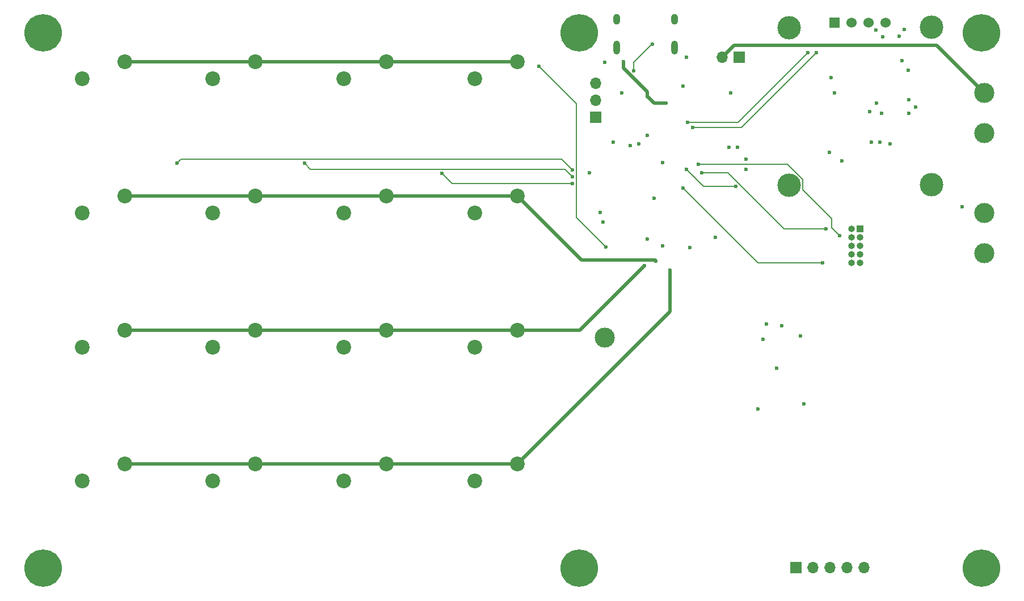
<source format=gbr>
%TF.GenerationSoftware,KiCad,Pcbnew,7.0.4-40-g0180cb380f*%
%TF.CreationDate,2023-06-12T22:45:27+02:00*%
%TF.ProjectId,New Business Card,4e657720-4275-4736-996e-657373204361,rev?*%
%TF.SameCoordinates,Original*%
%TF.FileFunction,Copper,L4,Bot*%
%TF.FilePolarity,Positive*%
%FSLAX46Y46*%
G04 Gerber Fmt 4.6, Leading zero omitted, Abs format (unit mm)*
G04 Created by KiCad (PCBNEW 7.0.4-40-g0180cb380f) date 2023-06-12 22:45:27*
%MOMM*%
%LPD*%
G01*
G04 APERTURE LIST*
%TA.AperFunction,ComponentPad*%
%ADD10C,2.200000*%
%TD*%
%TA.AperFunction,ComponentPad*%
%ADD11C,1.524000*%
%TD*%
%TA.AperFunction,CastellatedPad*%
%ADD12C,3.500000*%
%TD*%
%TA.AperFunction,ComponentPad*%
%ADD13R,1.524000X1.524000*%
%TD*%
%TA.AperFunction,ComponentPad*%
%ADD14C,3.000000*%
%TD*%
%TA.AperFunction,ComponentPad*%
%ADD15R,1.700000X1.700000*%
%TD*%
%TA.AperFunction,ComponentPad*%
%ADD16O,1.700000X1.700000*%
%TD*%
%TA.AperFunction,ComponentPad*%
%ADD17C,5.600000*%
%TD*%
%TA.AperFunction,ComponentPad*%
%ADD18R,1.000000X1.000000*%
%TD*%
%TA.AperFunction,ComponentPad*%
%ADD19O,1.000000X1.000000*%
%TD*%
%TA.AperFunction,ComponentPad*%
%ADD20O,1.000000X2.100000*%
%TD*%
%TA.AperFunction,ComponentPad*%
%ADD21O,1.000000X1.600000*%
%TD*%
%TA.AperFunction,ViaPad*%
%ADD22C,0.600000*%
%TD*%
%TA.AperFunction,Conductor*%
%ADD23C,0.200000*%
%TD*%
%TA.AperFunction,Conductor*%
%ADD24C,0.500000*%
%TD*%
G04 APERTURE END LIST*
D10*
%TO.P,SW17,1,1*%
%TO.N,KEY_ROW_4*%
X150740000Y-104460000D03*
%TO.P,SW17,2,2*%
%TO.N,Net-(D19-A)*%
X144390000Y-107000000D03*
%TD*%
%TO.P,SW16,1,1*%
%TO.N,KEY_ROW_4*%
X131213332Y-104460000D03*
%TO.P,SW16,2,2*%
%TO.N,Net-(D18-A)*%
X124863332Y-107000000D03*
%TD*%
%TO.P,SW15,2,2*%
%TO.N,Net-(D17-A)*%
X105336666Y-107000000D03*
%TO.P,SW15,1,1*%
%TO.N,KEY_ROW_4*%
X111686666Y-104460000D03*
%TD*%
%TO.P,SW14,1,1*%
%TO.N,KEY_ROW_4*%
X92160000Y-104460000D03*
%TO.P,SW14,2,2*%
%TO.N,Net-(D16-A)*%
X85810000Y-107000000D03*
%TD*%
%TO.P,SW13,1,1*%
%TO.N,KEY_ROW_3*%
X150740000Y-84433332D03*
%TO.P,SW13,2,2*%
%TO.N,Net-(D15-A)*%
X144390000Y-86973332D03*
%TD*%
%TO.P,SW12,2,2*%
%TO.N,Net-(D14-A)*%
X124863332Y-86973332D03*
%TO.P,SW12,1,1*%
%TO.N,KEY_ROW_3*%
X131213332Y-84433332D03*
%TD*%
%TO.P,SW11,1,1*%
%TO.N,KEY_ROW_3*%
X111686666Y-84433332D03*
%TO.P,SW11,2,2*%
%TO.N,Net-(D13-A)*%
X105336666Y-86973332D03*
%TD*%
%TO.P,SW10,2,2*%
%TO.N,Net-(D12-A)*%
X85810000Y-86973332D03*
%TO.P,SW10,1,1*%
%TO.N,KEY_ROW_3*%
X92160000Y-84433332D03*
%TD*%
%TO.P,SW9,2,2*%
%TO.N,Net-(D11-A)*%
X144390000Y-66946666D03*
%TO.P,SW9,1,1*%
%TO.N,KEY_ROW_2*%
X150740000Y-64406666D03*
%TD*%
%TO.P,SW8,2,2*%
%TO.N,Net-(D10-A)*%
X124863332Y-66946666D03*
%TO.P,SW8,1,1*%
%TO.N,KEY_ROW_2*%
X131213332Y-64406666D03*
%TD*%
%TO.P,SW7,2,2*%
%TO.N,Net-(D9-A)*%
X105336666Y-66946666D03*
%TO.P,SW7,1,1*%
%TO.N,KEY_ROW_2*%
X111686666Y-64406666D03*
%TD*%
%TO.P,SW6,1,1*%
%TO.N,KEY_ROW_2*%
X92160000Y-64406666D03*
%TO.P,SW6,2,2*%
%TO.N,Net-(D8-A)*%
X85810000Y-66946666D03*
%TD*%
%TO.P,SW5,1,1*%
%TO.N,KEY_ROW_1*%
X150740000Y-44380000D03*
%TO.P,SW5,2,2*%
%TO.N,Net-(D7-A)*%
X144390000Y-46920000D03*
%TD*%
%TO.P,SW4,1,1*%
%TO.N,KEY_ROW_1*%
X131213332Y-44380000D03*
%TO.P,SW4,2,2*%
%TO.N,Net-(D6-A)*%
X124863332Y-46920000D03*
%TD*%
%TO.P,SW3,2,2*%
%TO.N,Net-(D5-A)*%
X105336666Y-46920000D03*
%TO.P,SW3,1,1*%
%TO.N,KEY_ROW_1*%
X111686666Y-44380000D03*
%TD*%
%TO.P,SW2,1,1*%
%TO.N,KEY_ROW_1*%
X92160000Y-44380000D03*
%TO.P,SW2,2,2*%
%TO.N,Net-(D4-A)*%
X85810000Y-46920000D03*
%TD*%
D11*
%TO.P,J1,4,Pin_4*%
%TO.N,I2C_1_SDA*%
X205760000Y-38500000D03*
%TO.P,J1,3,Pin_3*%
%TO.N,I2C_1_SCL*%
X203220000Y-38500000D03*
%TO.P,J1,2,Pin_2*%
%TO.N,+3V3*%
X200680000Y-38500000D03*
D12*
%TO.P,J1,1,Pin_1*%
%TO.N,GND*%
X212600000Y-62700000D03*
X212600000Y-39200000D03*
D13*
X198140000Y-38500000D03*
D12*
X191300000Y-62800000D03*
X191300000Y-39300000D03*
%TD*%
D14*
%TO.P,TP2,1,1*%
%TO.N,+5V*%
X220446600Y-54974200D03*
%TD*%
D15*
%TO.P,SW1,1,A*%
%TO.N,+3V3*%
X162500000Y-52640000D03*
D16*
%TO.P,SW1,2,B*%
%TO.N,Net-(SW1-B)*%
X162500000Y-50100000D03*
%TO.P,SW1,3,C*%
%TO.N,GND*%
X162500000Y-47560000D03*
%TD*%
D14*
%TO.P,TP3,1,1*%
%TO.N,+3.3VA*%
X163830000Y-85598000D03*
%TD*%
D17*
%TO.P,H2,1,1*%
%TO.N,GND*%
X80000000Y-120000000D03*
%TD*%
D14*
%TO.P,TP5,1,1*%
%TO.N,GND*%
X220446600Y-72974200D03*
%TD*%
D17*
%TO.P,H5,1,1*%
%TO.N,GND*%
X220000000Y-40000000D03*
%TD*%
D18*
%TO.P,J3,1,Pin_1*%
%TO.N,+3V3*%
X201930000Y-69342000D03*
D19*
%TO.P,J3,2,Pin_2*%
%TO.N,SWDIO*%
X200660000Y-69342000D03*
%TO.P,J3,3,Pin_3*%
%TO.N,GND*%
X201930000Y-70612000D03*
%TO.P,J3,4,Pin_4*%
%TO.N,SWCLK*%
X200660000Y-70612000D03*
%TO.P,J3,5,Pin_5*%
%TO.N,GND*%
X201930000Y-71882000D03*
%TO.P,J3,6,Pin_6*%
%TO.N,SWO*%
X200660000Y-71882000D03*
%TO.P,J3,7,Pin_7*%
%TO.N,unconnected-(J3-Pin_7-Pad7)*%
X201930000Y-73152000D03*
%TO.P,J3,8,Pin_8*%
%TO.N,unconnected-(J3-Pin_8-Pad8)*%
X200660000Y-73152000D03*
%TO.P,J3,9,Pin_9*%
%TO.N,GND*%
X201930000Y-74422000D03*
%TO.P,J3,10,Pin_10*%
%TO.N,NRST*%
X200660000Y-74422000D03*
%TD*%
D17*
%TO.P,H6,1,1*%
%TO.N,GND*%
X220000000Y-120000000D03*
%TD*%
D14*
%TO.P,TP4,1,1*%
%TO.N,+3V3*%
X220446600Y-66974200D03*
%TD*%
D20*
%TO.P,J5,S1,SHIELD*%
%TO.N,unconnected-(J5-SHIELD-PadS1)*%
X174270000Y-42185000D03*
D21*
X174270000Y-38005000D03*
D20*
X165630000Y-42185000D03*
D21*
X165630000Y-38005000D03*
%TD*%
D14*
%TO.P,TP1,1,1*%
%TO.N,+12V*%
X220446600Y-48974200D03*
%TD*%
D15*
%TO.P,J2,1,Pin_1*%
%TO.N,+3V3*%
X192310000Y-119952000D03*
D16*
%TO.P,J2,2,Pin_2*%
%TO.N,SPI2_MOSI*%
X194850000Y-119952000D03*
%TO.P,J2,3,Pin_3*%
%TO.N,SPI2_MISO*%
X197390000Y-119952000D03*
%TO.P,J2,4,Pin_4*%
%TO.N,SPI2_SCK*%
X199930000Y-119952000D03*
%TO.P,J2,5,Pin_5*%
%TO.N,GND*%
X202470000Y-119952000D03*
%TD*%
D17*
%TO.P,H4,1,1*%
%TO.N,GND*%
X160000000Y-40000000D03*
%TD*%
%TO.P,H3,1,1*%
%TO.N,GND*%
X80000000Y-40000000D03*
%TD*%
D15*
%TO.P,J4,1,Pin_1*%
%TO.N,GND*%
X183896000Y-43688000D03*
D16*
%TO.P,J4,2,Pin_2*%
%TO.N,+12V*%
X181356000Y-43688000D03*
%TD*%
D17*
%TO.P,H1,1,1*%
%TO.N,GND*%
X160000000Y-120000000D03*
%TD*%
D22*
%TO.N,KEY_ROW_1*%
X154000000Y-45000000D03*
X164000000Y-72000000D03*
%TO.N,KEY_COL_1*%
X100000000Y-59500000D03*
X159000000Y-60500000D03*
%TO.N,KEY_COL_2*%
X119000000Y-59500000D03*
X159000000Y-61500000D03*
%TO.N,KEY_COL_3*%
X139500000Y-61000000D03*
X159000000Y-62500000D03*
%TO.N,I2C_1_SCL*%
X195400000Y-43000000D03*
X176900000Y-54200000D03*
%TO.N,I2C_1_SDA*%
X176200000Y-53400000D03*
X194100000Y-43000000D03*
%TO.N,+3V3*%
X163100000Y-66900000D03*
%TO.N,GND*%
X170180000Y-70866000D03*
X163830000Y-44450000D03*
X182626000Y-49022000D03*
X176530000Y-72136000D03*
X163576000Y-68326000D03*
X186690000Y-96266000D03*
X204400000Y-50546000D03*
X166370000Y-49022000D03*
X172466000Y-59436000D03*
X209226000Y-50038000D03*
X176022000Y-43688000D03*
X175514000Y-48006000D03*
X171196000Y-64770000D03*
X165100000Y-56388000D03*
X198120000Y-49022000D03*
X197612000Y-46736000D03*
X167640000Y-56896000D03*
X187452000Y-85852000D03*
X205162000Y-52070000D03*
X193548000Y-95504000D03*
X203384000Y-51816000D03*
X210200000Y-51100000D03*
X183642000Y-57150000D03*
X193040000Y-85344000D03*
X184912000Y-60452000D03*
X182372000Y-57150000D03*
X208210000Y-44196000D03*
X209226000Y-52070000D03*
X161544000Y-60960000D03*
%TO.N,+3V3*%
X180340000Y-70612000D03*
X190246000Y-83820000D03*
X205310000Y-40622000D03*
X168910000Y-56642000D03*
X209117000Y-45575000D03*
X197358000Y-57912000D03*
X217170000Y-66040000D03*
X204908000Y-56388000D03*
X207774000Y-40523000D03*
X206432000Y-56642000D03*
X208536000Y-39507000D03*
X184912000Y-58928000D03*
X203638000Y-56388000D03*
X189484000Y-90170000D03*
X172466000Y-71882000D03*
X170180000Y-55372000D03*
X204294000Y-39606000D03*
X199200000Y-59118000D03*
X187960000Y-83566000D03*
%TO.N,+5V*%
X170180000Y-49530000D03*
X172974000Y-50546000D03*
X166624000Y-44374500D03*
%TO.N,SWDIO*%
X178308000Y-60960000D03*
X196800000Y-69342000D03*
%TO.N,SWCLK*%
X177800000Y-59690000D03*
X198882000Y-70358000D03*
%TO.N,SWO*%
X176022000Y-60452000D03*
X183388000Y-62992000D03*
%TO.N,NRST*%
X175514000Y-63246000D03*
X196342000Y-74422000D03*
%TO.N,USB_CONN_D+*%
X170942000Y-41747500D03*
X168148000Y-45720000D03*
%TO.N,KEY_ROW_2*%
X171442000Y-74100000D03*
%TO.N,KEY_ROW_3*%
X169742000Y-74800000D03*
%TO.N,KEY_ROW_4*%
X173542000Y-75500000D03*
%TD*%
D23*
%TO.N,KEY_ROW_1*%
X164000000Y-72000000D02*
X159600000Y-67600000D01*
X159600000Y-50600000D02*
X154000000Y-45000000D01*
X159600000Y-67600000D02*
X159600000Y-50600000D01*
%TO.N,KEY_COL_1*%
X157400000Y-58900000D02*
X100600000Y-58900000D01*
X159000000Y-60500000D02*
X157400000Y-58900000D01*
X100600000Y-58900000D02*
X100000000Y-59500000D01*
%TO.N,KEY_COL_2*%
X119900000Y-60400000D02*
X119000000Y-59500000D01*
X157900000Y-60400000D02*
X119900000Y-60400000D01*
X159000000Y-61500000D02*
X157900000Y-60400000D01*
%TO.N,KEY_COL_3*%
X141000000Y-62500000D02*
X139500000Y-61000000D01*
X159000000Y-62500000D02*
X141000000Y-62500000D01*
D24*
%TO.N,KEY_ROW_4*%
X173542000Y-81658000D02*
X173542000Y-75500000D01*
X150740000Y-104460000D02*
X173542000Y-81658000D01*
%TO.N,KEY_ROW_2*%
X171342000Y-74000000D02*
X171442000Y-74100000D01*
X160333334Y-74000000D02*
X171342000Y-74000000D01*
X150740000Y-64406666D02*
X160333334Y-74000000D01*
%TO.N,KEY_ROW_3*%
X160108668Y-84433332D02*
X169742000Y-74800000D01*
X150740000Y-84433332D02*
X160108668Y-84433332D01*
%TO.N,KEY_ROW_1*%
X131213332Y-44380000D02*
X150740000Y-44380000D01*
X111686666Y-44380000D02*
X131213332Y-44380000D01*
X92160000Y-44380000D02*
X111686666Y-44380000D01*
%TO.N,KEY_ROW_4*%
X111686666Y-104460000D02*
X92160000Y-104460000D01*
X131213332Y-104460000D02*
X111686666Y-104460000D01*
X150740000Y-104460000D02*
X131213332Y-104460000D01*
%TO.N,KEY_ROW_3*%
X131213332Y-84433332D02*
X150740000Y-84433332D01*
X111686666Y-84433332D02*
X131213332Y-84433332D01*
X92160000Y-84433332D02*
X111686666Y-84433332D01*
%TO.N,KEY_ROW_2*%
X111686666Y-64406666D02*
X92160000Y-64406666D01*
X131213332Y-64406666D02*
X111686666Y-64406666D01*
X150740000Y-64406666D02*
X131213332Y-64406666D01*
D23*
%TO.N,SWCLK*%
X193350000Y-61950862D02*
X191089138Y-59690000D01*
X193350000Y-63469471D02*
X193350000Y-61950862D01*
X191089138Y-59690000D02*
X177800000Y-59690000D01*
X197700000Y-67819471D02*
X193350000Y-63469471D01*
X197700000Y-69176000D02*
X197700000Y-67819471D01*
X198882000Y-70358000D02*
X197700000Y-69176000D01*
%TO.N,SWDIO*%
X182204529Y-60960000D02*
X178308000Y-60960000D01*
X196800000Y-69342000D02*
X190586529Y-69342000D01*
X190586529Y-69342000D02*
X182204529Y-60960000D01*
%TO.N,I2C_1_SCL*%
X184200000Y-54200000D02*
X195400000Y-43000000D01*
X176900000Y-54200000D02*
X184200000Y-54200000D01*
%TO.N,I2C_1_SDA*%
X183700000Y-53400000D02*
X194100000Y-43000000D01*
X176200000Y-53400000D02*
X183700000Y-53400000D01*
D24*
%TO.N,+5V*%
X166624000Y-44374500D02*
X166624000Y-45256661D01*
X170180000Y-48812661D02*
X170180000Y-49530000D01*
X166624000Y-45256661D02*
X170180000Y-48812661D01*
X172974000Y-50546000D02*
X171196000Y-50546000D01*
X171196000Y-50546000D02*
X170180000Y-49530000D01*
%TO.N,+12V*%
X213382400Y-41910000D02*
X183134000Y-41910000D01*
X220446600Y-48974200D02*
X213382400Y-41910000D01*
X183134000Y-41910000D02*
X181356000Y-43688000D01*
D23*
%TO.N,SWO*%
X183388000Y-62992000D02*
X178562000Y-62992000D01*
X178562000Y-62992000D02*
X176022000Y-60452000D01*
%TO.N,NRST*%
X175514000Y-63246000D02*
X186690000Y-74422000D01*
X186690000Y-74422000D02*
X196342000Y-74422000D01*
%TO.N,USB_CONN_D+*%
X170942000Y-41656000D02*
X170942000Y-41747500D01*
X168148000Y-45720000D02*
X168148000Y-44450000D01*
X168148000Y-44450000D02*
X170942000Y-41656000D01*
%TD*%
M02*

</source>
